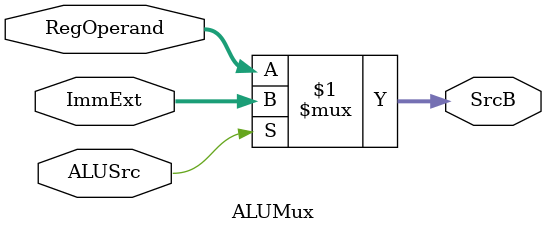
<source format=sv>
module ALUMux (
input logic [31:0] RegOperand,
input logic [31:0] ImmExt,
input logic ALUSrc,

output logic [31:0] SrcB

);

assign SrcB = (ALUSrc) ? ImmExt : RegOperand;

endmodule

</source>
